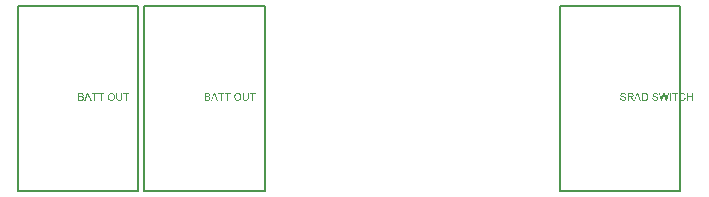
<source format=gbr>
%TF.GenerationSoftware,Altium Limited,Altium Designer,22.11.1 (43)*%
G04 Layer_Color=32896*
%FSLAX45Y45*%
%MOMM*%
%TF.SameCoordinates,CC3570FD-A2D7-4FBA-AFAC-830B96578B4B*%
%TF.FilePolarity,Positive*%
%TF.FileFunction,Other,Top_Assembly*%
%TF.Part,Single*%
G01*
G75*
%TA.AperFunction,NonConductor*%
%ADD25C,0.20000*%
G36*
X7388427Y1861531D02*
X7389074D01*
X7390831Y1861347D01*
X7392773Y1861069D01*
X7394807Y1860607D01*
X7397026Y1860052D01*
X7399060Y1859313D01*
X7399152D01*
X7399337Y1859220D01*
X7399614Y1859035D01*
X7399984Y1858850D01*
X7400909Y1858388D01*
X7402111Y1857556D01*
X7403498Y1856631D01*
X7404884Y1855429D01*
X7406179Y1854043D01*
X7407381Y1852471D01*
Y1852378D01*
X7407473Y1852286D01*
X7407658Y1852008D01*
X7407843Y1851731D01*
X7408305Y1850807D01*
X7408860Y1849605D01*
X7409507Y1848125D01*
X7409969Y1846369D01*
X7410432Y1844520D01*
X7410617Y1842486D01*
X7402480Y1841838D01*
Y1841931D01*
Y1842116D01*
X7402388Y1842393D01*
X7402296Y1842855D01*
X7402018Y1843872D01*
X7401648Y1845259D01*
X7401094Y1846738D01*
X7400262Y1848218D01*
X7399245Y1849605D01*
X7397950Y1850899D01*
X7397765Y1850991D01*
X7397303Y1851361D01*
X7396378Y1851916D01*
X7395176Y1852471D01*
X7393605Y1853026D01*
X7391756Y1853580D01*
X7389444Y1853950D01*
X7386855Y1854043D01*
X7385561D01*
X7385006Y1853950D01*
X7384267Y1853858D01*
X7382602Y1853673D01*
X7380753Y1853303D01*
X7378904Y1852841D01*
X7377148Y1852101D01*
X7376408Y1851639D01*
X7375668Y1851176D01*
X7375483Y1851084D01*
X7375114Y1850714D01*
X7374559Y1850067D01*
X7374004Y1849327D01*
X7373357Y1848310D01*
X7372802Y1847201D01*
X7372432Y1845906D01*
X7372247Y1844427D01*
Y1844242D01*
Y1843872D01*
X7372340Y1843225D01*
X7372525Y1842486D01*
X7372802Y1841561D01*
X7373264Y1840636D01*
X7373819Y1839712D01*
X7374651Y1838787D01*
X7374744Y1838695D01*
X7375206Y1838417D01*
X7375576Y1838140D01*
X7375946Y1837955D01*
X7376500Y1837678D01*
X7377148Y1837308D01*
X7377980Y1837031D01*
X7378904Y1836661D01*
X7379921Y1836291D01*
X7381123Y1835829D01*
X7382418Y1835459D01*
X7383897Y1834997D01*
X7385561Y1834627D01*
X7387410Y1834164D01*
X7387503D01*
X7387872Y1834072D01*
X7388427Y1833980D01*
X7389074Y1833795D01*
X7389906Y1833610D01*
X7390923Y1833332D01*
X7391941Y1833055D01*
X7393050Y1832778D01*
X7395454Y1832130D01*
X7397765Y1831483D01*
X7398875Y1831113D01*
X7399892Y1830744D01*
X7400816Y1830466D01*
X7401556Y1830096D01*
X7401648D01*
X7401833Y1830004D01*
X7402111Y1829819D01*
X7402480Y1829634D01*
X7403498Y1829079D01*
X7404699Y1828340D01*
X7406086Y1827323D01*
X7407473Y1826213D01*
X7408768Y1824919D01*
X7409877Y1823532D01*
X7409969Y1823347D01*
X7410339Y1822885D01*
X7410709Y1822053D01*
X7411264Y1820943D01*
X7411726Y1819649D01*
X7412188Y1818077D01*
X7412466Y1816320D01*
X7412558Y1814471D01*
Y1814379D01*
Y1814286D01*
Y1814009D01*
Y1813639D01*
X7412373Y1812622D01*
X7412188Y1811328D01*
X7411819Y1809849D01*
X7411356Y1808277D01*
X7410617Y1806613D01*
X7409600Y1804856D01*
Y1804763D01*
X7409507Y1804671D01*
X7409045Y1804116D01*
X7408398Y1803284D01*
X7407473Y1802360D01*
X7406271Y1801250D01*
X7404792Y1800048D01*
X7403128Y1798939D01*
X7401186Y1797922D01*
X7401094D01*
X7400909Y1797829D01*
X7400631Y1797737D01*
X7400262Y1797552D01*
X7399707Y1797367D01*
X7399060Y1797090D01*
X7397580Y1796720D01*
X7395824Y1796258D01*
X7393697Y1795795D01*
X7391386Y1795518D01*
X7388889Y1795425D01*
X7387410D01*
X7386671Y1795518D01*
X7385838D01*
X7384914Y1795610D01*
X7383804Y1795703D01*
X7381493Y1796073D01*
X7379089Y1796442D01*
X7376685Y1797090D01*
X7374374Y1797922D01*
X7374281D01*
X7374097Y1798014D01*
X7373819Y1798199D01*
X7373449Y1798384D01*
X7372340Y1798939D01*
X7371045Y1799771D01*
X7369566Y1800880D01*
X7367994Y1802175D01*
X7366515Y1803746D01*
X7365128Y1805503D01*
Y1805596D01*
X7364943Y1805780D01*
X7364851Y1806058D01*
X7364574Y1806428D01*
X7364389Y1806890D01*
X7364111Y1807445D01*
X7363464Y1808832D01*
X7362817Y1810588D01*
X7362262Y1812530D01*
X7361892Y1814749D01*
X7361707Y1817060D01*
X7369659Y1817800D01*
Y1817707D01*
Y1817615D01*
X7369751Y1817337D01*
Y1816968D01*
X7369936Y1816136D01*
X7370213Y1814934D01*
X7370583Y1813732D01*
X7370953Y1812345D01*
X7371600Y1811050D01*
X7372247Y1809849D01*
X7372340Y1809756D01*
X7372617Y1809386D01*
X7373079Y1808739D01*
X7373819Y1808092D01*
X7374744Y1807260D01*
X7375761Y1806428D01*
X7377148Y1805596D01*
X7378627Y1804856D01*
X7378719D01*
X7378812Y1804763D01*
X7379089Y1804671D01*
X7379366Y1804579D01*
X7380291Y1804301D01*
X7381493Y1803931D01*
X7382972Y1803562D01*
X7384636Y1803284D01*
X7386486Y1803099D01*
X7388520Y1803007D01*
X7389352D01*
X7390276Y1803099D01*
X7391386Y1803192D01*
X7392680Y1803377D01*
X7394159Y1803562D01*
X7395639Y1803931D01*
X7397026Y1804394D01*
X7397211Y1804486D01*
X7397673Y1804671D01*
X7398320Y1805041D01*
X7399152Y1805411D01*
X7399984Y1806058D01*
X7400909Y1806705D01*
X7401833Y1807445D01*
X7402573Y1808369D01*
X7402665Y1808462D01*
X7402850Y1808832D01*
X7403128Y1809294D01*
X7403498Y1810033D01*
X7403867Y1810773D01*
X7404145Y1811698D01*
X7404330Y1812715D01*
X7404422Y1813824D01*
Y1813917D01*
Y1814379D01*
X7404330Y1814934D01*
X7404237Y1815673D01*
X7403960Y1816413D01*
X7403682Y1817337D01*
X7403220Y1818262D01*
X7402573Y1819094D01*
X7402480Y1819187D01*
X7402203Y1819464D01*
X7401833Y1819834D01*
X7401186Y1820389D01*
X7400446Y1820943D01*
X7399429Y1821590D01*
X7398228Y1822238D01*
X7396841Y1822792D01*
X7396748Y1822885D01*
X7396286Y1822977D01*
X7395546Y1823255D01*
X7395084Y1823347D01*
X7394437Y1823532D01*
X7393790Y1823809D01*
X7392958Y1823994D01*
X7392033Y1824272D01*
X7390923Y1824549D01*
X7389814Y1824826D01*
X7388520Y1825196D01*
X7387040Y1825566D01*
X7385469Y1825936D01*
X7385376D01*
X7385099Y1826028D01*
X7384636Y1826121D01*
X7384082Y1826306D01*
X7383342Y1826491D01*
X7382510Y1826676D01*
X7380661Y1827230D01*
X7378627Y1827877D01*
X7376500Y1828525D01*
X7374651Y1829172D01*
X7373819Y1829542D01*
X7373079Y1829912D01*
X7372987D01*
X7372895Y1830004D01*
X7372340Y1830374D01*
X7371508Y1830836D01*
X7370583Y1831576D01*
X7369474Y1832408D01*
X7368364Y1833425D01*
X7367255Y1834627D01*
X7366330Y1835921D01*
X7366238Y1836106D01*
X7365960Y1836568D01*
X7365591Y1837308D01*
X7365221Y1838233D01*
X7364851Y1839434D01*
X7364481Y1840821D01*
X7364204Y1842301D01*
X7364111Y1843872D01*
Y1843965D01*
Y1844057D01*
Y1844335D01*
Y1844704D01*
X7364296Y1845629D01*
X7364481Y1846831D01*
X7364758Y1848218D01*
X7365221Y1849790D01*
X7365868Y1851361D01*
X7366792Y1852933D01*
Y1853026D01*
X7366885Y1853118D01*
X7367347Y1853673D01*
X7367994Y1854412D01*
X7368827Y1855337D01*
X7369936Y1856354D01*
X7371323Y1857463D01*
X7372987Y1858480D01*
X7374836Y1859405D01*
X7374929D01*
X7375114Y1859497D01*
X7375391Y1859590D01*
X7375761Y1859775D01*
X7376223Y1859960D01*
X7376870Y1860145D01*
X7378257Y1860514D01*
X7380014Y1860884D01*
X7382048Y1861254D01*
X7384174Y1861531D01*
X7386578Y1861624D01*
X7387780D01*
X7388427Y1861531D01*
D02*
G37*
G36*
X7115220D02*
X7115867D01*
X7117624Y1861347D01*
X7119565Y1861069D01*
X7121599Y1860607D01*
X7123818Y1860052D01*
X7125852Y1859313D01*
X7125945D01*
X7126130Y1859220D01*
X7126407Y1859035D01*
X7126777Y1858850D01*
X7127701Y1858388D01*
X7128903Y1857556D01*
X7130290Y1856631D01*
X7131677Y1855429D01*
X7132971Y1854043D01*
X7134173Y1852471D01*
Y1852378D01*
X7134266Y1852286D01*
X7134451Y1852008D01*
X7134635Y1851731D01*
X7135098Y1850807D01*
X7135652Y1849605D01*
X7136300Y1848125D01*
X7136762Y1846369D01*
X7137224Y1844520D01*
X7137409Y1842486D01*
X7129273Y1841838D01*
Y1841931D01*
Y1842116D01*
X7129181Y1842393D01*
X7129088Y1842855D01*
X7128811Y1843872D01*
X7128441Y1845259D01*
X7127886Y1846738D01*
X7127054Y1848218D01*
X7126037Y1849605D01*
X7124743Y1850899D01*
X7124558Y1850991D01*
X7124095Y1851361D01*
X7123171Y1851916D01*
X7121969Y1852471D01*
X7120397Y1853026D01*
X7118548Y1853580D01*
X7116237Y1853950D01*
X7113648Y1854043D01*
X7112354D01*
X7111799Y1853950D01*
X7111059Y1853858D01*
X7109395Y1853673D01*
X7107546Y1853303D01*
X7105697Y1852841D01*
X7103940Y1852101D01*
X7103200Y1851639D01*
X7102461Y1851176D01*
X7102276Y1851084D01*
X7101906Y1850714D01*
X7101351Y1850067D01*
X7100797Y1849327D01*
X7100149Y1848310D01*
X7099595Y1847201D01*
X7099225Y1845906D01*
X7099040Y1844427D01*
Y1844242D01*
Y1843872D01*
X7099132Y1843225D01*
X7099317Y1842486D01*
X7099595Y1841561D01*
X7100057Y1840636D01*
X7100612Y1839712D01*
X7101444Y1838787D01*
X7101536Y1838695D01*
X7101998Y1838417D01*
X7102368Y1838140D01*
X7102738Y1837955D01*
X7103293Y1837678D01*
X7103940Y1837308D01*
X7104772Y1837031D01*
X7105697Y1836661D01*
X7106714Y1836291D01*
X7107916Y1835829D01*
X7109210Y1835459D01*
X7110689Y1834997D01*
X7112354Y1834627D01*
X7114203Y1834164D01*
X7114295D01*
X7114665Y1834072D01*
X7115220Y1833980D01*
X7115867Y1833795D01*
X7116699Y1833610D01*
X7117716Y1833332D01*
X7118733Y1833055D01*
X7119843Y1832778D01*
X7122246Y1832130D01*
X7124558Y1831483D01*
X7125667Y1831113D01*
X7126684Y1830744D01*
X7127609Y1830466D01*
X7128348Y1830096D01*
X7128441D01*
X7128626Y1830004D01*
X7128903Y1829819D01*
X7129273Y1829634D01*
X7130290Y1829079D01*
X7131492Y1828340D01*
X7132879Y1827323D01*
X7134266Y1826213D01*
X7135560Y1824919D01*
X7136669Y1823532D01*
X7136762Y1823347D01*
X7137132Y1822885D01*
X7137502Y1822053D01*
X7138056Y1820943D01*
X7138519Y1819649D01*
X7138981Y1818077D01*
X7139258Y1816320D01*
X7139351Y1814471D01*
Y1814379D01*
Y1814286D01*
Y1814009D01*
Y1813639D01*
X7139166Y1812622D01*
X7138981Y1811328D01*
X7138611Y1809849D01*
X7138149Y1808277D01*
X7137409Y1806613D01*
X7136392Y1804856D01*
Y1804763D01*
X7136300Y1804671D01*
X7135837Y1804116D01*
X7135190Y1803284D01*
X7134266Y1802360D01*
X7133064Y1801250D01*
X7131584Y1800048D01*
X7129920Y1798939D01*
X7127979Y1797922D01*
X7127886D01*
X7127701Y1797829D01*
X7127424Y1797737D01*
X7127054Y1797552D01*
X7126499Y1797367D01*
X7125852Y1797090D01*
X7124373Y1796720D01*
X7122616Y1796258D01*
X7120490Y1795795D01*
X7118178Y1795518D01*
X7115682Y1795425D01*
X7114203D01*
X7113463Y1795518D01*
X7112631D01*
X7111706Y1795610D01*
X7110597Y1795703D01*
X7108286Y1796073D01*
X7105882Y1796442D01*
X7103478Y1797090D01*
X7101166Y1797922D01*
X7101074D01*
X7100889Y1798014D01*
X7100612Y1798199D01*
X7100242Y1798384D01*
X7099132Y1798939D01*
X7097838Y1799771D01*
X7096359Y1800880D01*
X7094787Y1802175D01*
X7093308Y1803746D01*
X7091921Y1805503D01*
Y1805596D01*
X7091736Y1805780D01*
X7091643Y1806058D01*
X7091366Y1806428D01*
X7091181Y1806890D01*
X7090904Y1807445D01*
X7090257Y1808832D01*
X7089609Y1810588D01*
X7089055Y1812530D01*
X7088685Y1814749D01*
X7088500Y1817060D01*
X7096451Y1817800D01*
Y1817707D01*
Y1817615D01*
X7096544Y1817337D01*
Y1816968D01*
X7096729Y1816136D01*
X7097006Y1814934D01*
X7097376Y1813732D01*
X7097746Y1812345D01*
X7098393Y1811050D01*
X7099040Y1809849D01*
X7099132Y1809756D01*
X7099410Y1809386D01*
X7099872Y1808739D01*
X7100612Y1808092D01*
X7101536Y1807260D01*
X7102553Y1806428D01*
X7103940Y1805596D01*
X7105419Y1804856D01*
X7105512D01*
X7105604Y1804763D01*
X7105882Y1804671D01*
X7106159Y1804579D01*
X7107084Y1804301D01*
X7108286Y1803931D01*
X7109765Y1803562D01*
X7111429Y1803284D01*
X7113278Y1803099D01*
X7115312Y1803007D01*
X7116144D01*
X7117069Y1803099D01*
X7118178Y1803192D01*
X7119473Y1803377D01*
X7120952Y1803562D01*
X7122431Y1803931D01*
X7123818Y1804394D01*
X7124003Y1804486D01*
X7124465Y1804671D01*
X7125112Y1805041D01*
X7125945Y1805411D01*
X7126777Y1806058D01*
X7127701Y1806705D01*
X7128626Y1807445D01*
X7129365Y1808369D01*
X7129458Y1808462D01*
X7129643Y1808832D01*
X7129920Y1809294D01*
X7130290Y1810033D01*
X7130660Y1810773D01*
X7130937Y1811698D01*
X7131122Y1812715D01*
X7131215Y1813824D01*
Y1813917D01*
Y1814379D01*
X7131122Y1814934D01*
X7131030Y1815673D01*
X7130752Y1816413D01*
X7130475Y1817337D01*
X7130013Y1818262D01*
X7129365Y1819094D01*
X7129273Y1819187D01*
X7128996Y1819464D01*
X7128626Y1819834D01*
X7127979Y1820389D01*
X7127239Y1820943D01*
X7126222Y1821590D01*
X7125020Y1822238D01*
X7123633Y1822792D01*
X7123541Y1822885D01*
X7123078Y1822977D01*
X7122339Y1823255D01*
X7121877Y1823347D01*
X7121229Y1823532D01*
X7120582Y1823809D01*
X7119750Y1823994D01*
X7118825Y1824272D01*
X7117716Y1824549D01*
X7116607Y1824826D01*
X7115312Y1825196D01*
X7113833Y1825566D01*
X7112261Y1825936D01*
X7112169D01*
X7111891Y1826028D01*
X7111429Y1826121D01*
X7110874Y1826306D01*
X7110135Y1826491D01*
X7109303Y1826676D01*
X7107453Y1827230D01*
X7105419Y1827877D01*
X7103293Y1828525D01*
X7101444Y1829172D01*
X7100612Y1829542D01*
X7099872Y1829912D01*
X7099780D01*
X7099687Y1830004D01*
X7099132Y1830374D01*
X7098300Y1830836D01*
X7097376Y1831576D01*
X7096266Y1832408D01*
X7095157Y1833425D01*
X7094047Y1834627D01*
X7093123Y1835921D01*
X7093030Y1836106D01*
X7092753Y1836568D01*
X7092383Y1837308D01*
X7092013Y1838233D01*
X7091643Y1839434D01*
X7091274Y1840821D01*
X7090996Y1842301D01*
X7090904Y1843872D01*
Y1843965D01*
Y1844057D01*
Y1844335D01*
Y1844704D01*
X7091089Y1845629D01*
X7091274Y1846831D01*
X7091551Y1848218D01*
X7092013Y1849790D01*
X7092660Y1851361D01*
X7093585Y1852933D01*
Y1853026D01*
X7093677Y1853118D01*
X7094140Y1853673D01*
X7094787Y1854412D01*
X7095619Y1855337D01*
X7096729Y1856354D01*
X7098115Y1857463D01*
X7099780Y1858480D01*
X7101629Y1859405D01*
X7101721D01*
X7101906Y1859497D01*
X7102183Y1859590D01*
X7102553Y1859775D01*
X7103016Y1859960D01*
X7103663Y1860145D01*
X7105050Y1860514D01*
X7106806Y1860884D01*
X7108840Y1861254D01*
X7110967Y1861531D01*
X7113371Y1861624D01*
X7114573D01*
X7115220Y1861531D01*
D02*
G37*
G36*
X7617348D02*
X7618180Y1861439D01*
X7619197Y1861347D01*
X7620214Y1861254D01*
X7621416Y1860977D01*
X7623913Y1860422D01*
X7626686Y1859590D01*
X7628073Y1859035D01*
X7629368Y1858388D01*
X7630662Y1857556D01*
X7631956Y1856724D01*
X7632049Y1856631D01*
X7632234Y1856539D01*
X7632603Y1856261D01*
X7633066Y1855799D01*
X7633528Y1855337D01*
X7634175Y1854690D01*
X7634822Y1853950D01*
X7635562Y1853210D01*
X7636302Y1852286D01*
X7637041Y1851176D01*
X7637873Y1850067D01*
X7638613Y1848865D01*
X7639260Y1847478D01*
X7640000Y1846091D01*
X7640555Y1844612D01*
X7641109Y1842948D01*
X7632788Y1841006D01*
Y1841099D01*
X7632696Y1841284D01*
X7632511Y1841653D01*
X7632326Y1842116D01*
X7632141Y1842670D01*
X7631864Y1843410D01*
X7631124Y1844889D01*
X7630200Y1846554D01*
X7629090Y1848218D01*
X7627703Y1849790D01*
X7626224Y1851176D01*
X7626039Y1851361D01*
X7625484Y1851731D01*
X7624560Y1852193D01*
X7623358Y1852841D01*
X7621786Y1853395D01*
X7620029Y1853950D01*
X7617903Y1854320D01*
X7615592Y1854412D01*
X7614852D01*
X7614390Y1854320D01*
X7613742D01*
X7613003Y1854227D01*
X7611246Y1853950D01*
X7609305Y1853580D01*
X7607271Y1852933D01*
X7605144Y1852008D01*
X7603202Y1850807D01*
X7603110D01*
X7603018Y1850622D01*
X7602370Y1850159D01*
X7601538Y1849420D01*
X7600521Y1848310D01*
X7599319Y1846923D01*
X7598210Y1845352D01*
X7597193Y1843410D01*
X7596268Y1841284D01*
Y1841191D01*
X7596176Y1841006D01*
X7596083Y1840729D01*
X7595991Y1840267D01*
X7595806Y1839712D01*
X7595621Y1839065D01*
X7595344Y1837493D01*
X7594974Y1835644D01*
X7594604Y1833610D01*
X7594419Y1831391D01*
X7594327Y1828987D01*
Y1828894D01*
Y1828617D01*
Y1828155D01*
Y1827600D01*
X7594419Y1826953D01*
Y1826121D01*
X7594512Y1825196D01*
X7594604Y1824179D01*
X7594881Y1821960D01*
X7595344Y1819556D01*
X7595898Y1817153D01*
X7596638Y1814749D01*
Y1814656D01*
X7596731Y1814471D01*
X7596915Y1814194D01*
X7597100Y1813732D01*
X7597655Y1812622D01*
X7598487Y1811328D01*
X7599504Y1809849D01*
X7600799Y1808277D01*
X7602278Y1806890D01*
X7604035Y1805596D01*
X7604127D01*
X7604312Y1805503D01*
X7604589Y1805318D01*
X7604959Y1805133D01*
X7605421Y1804948D01*
X7605976Y1804671D01*
X7607271Y1804116D01*
X7608935Y1803562D01*
X7610784Y1803099D01*
X7612818Y1802729D01*
X7614944Y1802637D01*
X7615592D01*
X7616146Y1802729D01*
X7616794D01*
X7617441Y1802822D01*
X7619105Y1803192D01*
X7621046Y1803654D01*
X7622988Y1804394D01*
X7625022Y1805411D01*
X7626039Y1805965D01*
X7626964Y1806705D01*
X7627056Y1806798D01*
X7627149Y1806890D01*
X7627426Y1807167D01*
X7627796Y1807445D01*
X7628166Y1807907D01*
X7628628Y1808462D01*
X7629183Y1809016D01*
X7629645Y1809756D01*
X7630200Y1810588D01*
X7630847Y1811513D01*
X7631402Y1812437D01*
X7631956Y1813547D01*
X7632419Y1814749D01*
X7632881Y1816043D01*
X7633343Y1817430D01*
X7633713Y1818909D01*
X7642219Y1816783D01*
Y1816690D01*
X7642126Y1816320D01*
X7641942Y1815766D01*
X7641664Y1815026D01*
X7641387Y1814194D01*
X7641017Y1813177D01*
X7640555Y1812067D01*
X7640000Y1810866D01*
X7638706Y1808277D01*
X7637041Y1805688D01*
X7636024Y1804394D01*
X7635007Y1803099D01*
X7633898Y1801990D01*
X7632603Y1800880D01*
X7632511Y1800788D01*
X7632326Y1800603D01*
X7631864Y1800418D01*
X7631402Y1800048D01*
X7630662Y1799586D01*
X7629922Y1799124D01*
X7628905Y1798661D01*
X7627888Y1798199D01*
X7626686Y1797644D01*
X7625392Y1797182D01*
X7624005Y1796720D01*
X7622526Y1796258D01*
X7620954Y1795888D01*
X7619290Y1795703D01*
X7617533Y1795518D01*
X7615684Y1795425D01*
X7614667D01*
X7613927Y1795518D01*
X7613095D01*
X7612078Y1795610D01*
X7610969Y1795795D01*
X7609674Y1795980D01*
X7606993Y1796442D01*
X7604219Y1797182D01*
X7601446Y1798199D01*
X7600151Y1798846D01*
X7598857Y1799586D01*
X7598765Y1799678D01*
X7598580Y1799771D01*
X7598210Y1800048D01*
X7597840Y1800418D01*
X7597285Y1800788D01*
X7596638Y1801343D01*
X7595898Y1801990D01*
X7595159Y1802729D01*
X7594419Y1803562D01*
X7593587Y1804394D01*
X7591923Y1806520D01*
X7590351Y1809016D01*
X7588964Y1811790D01*
Y1811883D01*
X7588779Y1812160D01*
X7588687Y1812622D01*
X7588410Y1813177D01*
X7588225Y1813917D01*
X7587947Y1814841D01*
X7587577Y1815858D01*
X7587300Y1816968D01*
X7587023Y1818170D01*
X7586653Y1819556D01*
X7586191Y1822423D01*
X7585821Y1825659D01*
X7585636Y1828987D01*
Y1829079D01*
Y1829449D01*
Y1830004D01*
X7585728Y1830651D01*
Y1831576D01*
X7585821Y1832500D01*
X7585913Y1833702D01*
X7586098Y1834904D01*
X7586560Y1837585D01*
X7587208Y1840544D01*
X7588132Y1843503D01*
X7589427Y1846369D01*
X7589519Y1846461D01*
X7589611Y1846738D01*
X7589796Y1847108D01*
X7590166Y1847571D01*
X7590536Y1848218D01*
X7590998Y1848957D01*
X7592200Y1850622D01*
X7593772Y1852471D01*
X7595621Y1854320D01*
X7597748Y1856169D01*
X7600244Y1857741D01*
X7600336Y1857833D01*
X7600614Y1857926D01*
X7600984Y1858111D01*
X7601446Y1858388D01*
X7602185Y1858665D01*
X7602925Y1858943D01*
X7603850Y1859313D01*
X7604867Y1859682D01*
X7605976Y1860052D01*
X7607178Y1860422D01*
X7609767Y1860977D01*
X7612725Y1861439D01*
X7615776Y1861624D01*
X7616701D01*
X7617348Y1861531D01*
D02*
G37*
G36*
X7703055Y1796535D02*
X7694549D01*
Y1826676D01*
X7661450D01*
Y1796535D01*
X7652944D01*
Y1860514D01*
X7661450D01*
Y1834257D01*
X7694549D01*
Y1860514D01*
X7703055D01*
Y1796535D01*
D02*
G37*
G36*
X7483102D02*
X7474781D01*
X7461375Y1845259D01*
Y1845352D01*
X7461283Y1845537D01*
X7461190Y1845814D01*
X7461098Y1846276D01*
X7460820Y1847293D01*
X7460543Y1848495D01*
X7460173Y1849790D01*
X7459803Y1850991D01*
X7459526Y1852008D01*
X7459433Y1852471D01*
X7459341Y1852748D01*
Y1852656D01*
X7459248Y1852563D01*
X7459156Y1852008D01*
X7458971Y1851176D01*
X7458694Y1850159D01*
X7458416Y1849050D01*
X7458047Y1847756D01*
X7457769Y1846461D01*
X7457399Y1845259D01*
X7443901Y1796535D01*
X7435025D01*
X7418290Y1860514D01*
X7427074D01*
X7436597Y1818539D01*
Y1818447D01*
X7436689Y1818262D01*
X7436782Y1817892D01*
X7436874Y1817430D01*
X7436967Y1816783D01*
X7437151Y1816136D01*
X7437336Y1815303D01*
X7437521Y1814379D01*
X7437984Y1812437D01*
X7438446Y1810218D01*
X7438908Y1807815D01*
X7439370Y1805411D01*
Y1805503D01*
X7439463Y1805873D01*
X7439648Y1806335D01*
X7439740Y1807075D01*
X7439925Y1807815D01*
X7440203Y1808739D01*
X7440665Y1810773D01*
X7441220Y1812807D01*
X7441404Y1813824D01*
X7441682Y1814749D01*
X7441867Y1815581D01*
X7442052Y1816320D01*
X7442237Y1816875D01*
X7442329Y1817245D01*
X7454441Y1860514D01*
X7464703D01*
X7473764Y1828062D01*
Y1827970D01*
X7473949Y1827508D01*
X7474134Y1826860D01*
X7474319Y1826028D01*
X7474596Y1824919D01*
X7474966Y1823717D01*
X7475336Y1822330D01*
X7475706Y1820758D01*
X7476168Y1819002D01*
X7476538Y1817245D01*
X7477370Y1813454D01*
X7478202Y1809479D01*
X7478849Y1805411D01*
Y1805503D01*
X7478942Y1805688D01*
Y1806058D01*
X7479127Y1806520D01*
X7479219Y1807075D01*
X7479404Y1807722D01*
X7479496Y1808554D01*
X7479774Y1809479D01*
X7480236Y1811513D01*
X7480791Y1813917D01*
X7481345Y1816505D01*
X7482085Y1819372D01*
X7492070Y1860514D01*
X7500669D01*
X7483102Y1796535D01*
D02*
G37*
G36*
X7579349Y1852933D02*
X7558269D01*
Y1796535D01*
X7549763D01*
Y1852933D01*
X7528683D01*
Y1860514D01*
X7579349D01*
Y1852933D01*
D02*
G37*
G36*
X7518513Y1796535D02*
X7510007D01*
Y1860514D01*
X7518513D01*
Y1796535D01*
D02*
G37*
G36*
X7301426Y1860422D02*
X7303275Y1860330D01*
X7305124Y1860145D01*
X7306973Y1859867D01*
X7308545Y1859590D01*
X7308638D01*
X7308823Y1859497D01*
X7309100D01*
X7309470Y1859313D01*
X7310487Y1859035D01*
X7311781Y1858573D01*
X7313260Y1857926D01*
X7314832Y1857094D01*
X7316404Y1856169D01*
X7317883Y1854967D01*
X7317976Y1854875D01*
X7318068Y1854782D01*
X7318346Y1854505D01*
X7318715Y1854227D01*
X7319640Y1853303D01*
X7320749Y1852008D01*
X7321951Y1850437D01*
X7323246Y1848588D01*
X7324448Y1846461D01*
X7325465Y1844057D01*
Y1843965D01*
X7325557Y1843780D01*
X7325742Y1843410D01*
X7325834Y1842855D01*
X7326112Y1842208D01*
X7326297Y1841469D01*
X7326482Y1840636D01*
X7326759Y1839619D01*
X7327036Y1838602D01*
X7327221Y1837400D01*
X7327684Y1834812D01*
X7327961Y1831946D01*
X7328053Y1828802D01*
Y1828710D01*
Y1828525D01*
Y1828062D01*
Y1827600D01*
X7327961Y1826953D01*
Y1826213D01*
X7327869Y1824457D01*
X7327591Y1822423D01*
X7327314Y1820296D01*
X7326851Y1818077D01*
X7326297Y1815858D01*
Y1815766D01*
X7326204Y1815581D01*
X7326112Y1815303D01*
X7326019Y1814934D01*
X7325650Y1813917D01*
X7325095Y1812622D01*
X7324540Y1811143D01*
X7323800Y1809664D01*
X7322876Y1808092D01*
X7321951Y1806613D01*
X7321859Y1806428D01*
X7321489Y1805965D01*
X7320934Y1805318D01*
X7320195Y1804486D01*
X7319363Y1803562D01*
X7318346Y1802637D01*
X7317329Y1801620D01*
X7316127Y1800788D01*
X7315942Y1800695D01*
X7315572Y1800418D01*
X7314925Y1800048D01*
X7314000Y1799586D01*
X7312891Y1799031D01*
X7311596Y1798569D01*
X7310117Y1798014D01*
X7308453Y1797552D01*
X7308268D01*
X7307990Y1797459D01*
X7307713Y1797367D01*
X7306789Y1797275D01*
X7305494Y1797090D01*
X7304015Y1796905D01*
X7302258Y1796720D01*
X7300317Y1796627D01*
X7298190Y1796535D01*
X7275169D01*
Y1860514D01*
X7299762D01*
X7301426Y1860422D01*
D02*
G37*
G36*
X7268327Y1796535D02*
X7258711D01*
X7251222Y1815951D01*
X7224410D01*
X7217476Y1796535D01*
X7208508D01*
X7232916Y1860514D01*
X7242162D01*
X7268327Y1796535D01*
D02*
G37*
G36*
X7181511Y1860422D02*
X7182343D01*
X7184284Y1860330D01*
X7186318Y1860052D01*
X7188537Y1859775D01*
X7190571Y1859313D01*
X7191588Y1859035D01*
X7192420Y1858758D01*
X7192513D01*
X7192605Y1858665D01*
X7193160Y1858388D01*
X7193992Y1858018D01*
X7195009Y1857371D01*
X7196119Y1856539D01*
X7197321Y1855429D01*
X7198430Y1854135D01*
X7199540Y1852656D01*
Y1852563D01*
X7199632Y1852471D01*
X7200002Y1851916D01*
X7200372Y1850991D01*
X7200926Y1849790D01*
X7201389Y1848403D01*
X7201851Y1846738D01*
X7202128Y1844982D01*
X7202221Y1843040D01*
Y1842948D01*
Y1842763D01*
Y1842393D01*
X7202128Y1841931D01*
Y1841284D01*
X7202036Y1840636D01*
X7201666Y1839065D01*
X7201111Y1837216D01*
X7200372Y1835274D01*
X7199262Y1833332D01*
X7198523Y1832408D01*
X7197783Y1831483D01*
X7197690Y1831391D01*
X7197598Y1831298D01*
X7197321Y1831021D01*
X7196951Y1830744D01*
X7196489Y1830374D01*
X7195934Y1830004D01*
X7195194Y1829542D01*
X7194454Y1828987D01*
X7193530Y1828525D01*
X7192513Y1828062D01*
X7191403Y1827508D01*
X7190202Y1827045D01*
X7188815Y1826676D01*
X7187428Y1826213D01*
X7185856Y1825936D01*
X7184192Y1825659D01*
X7184377Y1825566D01*
X7184747Y1825381D01*
X7185301Y1825011D01*
X7186041Y1824642D01*
X7187705Y1823624D01*
X7188537Y1822977D01*
X7189277Y1822423D01*
X7189462Y1822238D01*
X7189924Y1821775D01*
X7190664Y1821036D01*
X7191588Y1820111D01*
X7192605Y1818817D01*
X7193807Y1817430D01*
X7195009Y1815766D01*
X7196304Y1813917D01*
X7207306Y1796535D01*
X7196766D01*
X7188352Y1809849D01*
Y1809941D01*
X7188167Y1810126D01*
X7187983Y1810403D01*
X7187705Y1810773D01*
X7187058Y1811790D01*
X7186226Y1813085D01*
X7185209Y1814471D01*
X7184192Y1815951D01*
X7183175Y1817337D01*
X7182250Y1818632D01*
X7182158Y1818724D01*
X7181880Y1819094D01*
X7181418Y1819649D01*
X7180771Y1820296D01*
X7179384Y1821683D01*
X7178645Y1822330D01*
X7177905Y1822885D01*
X7177812Y1822977D01*
X7177628Y1823070D01*
X7177258Y1823255D01*
X7176703Y1823532D01*
X7176148Y1823809D01*
X7175501Y1824087D01*
X7174022Y1824549D01*
X7173929D01*
X7173744Y1824642D01*
X7173375D01*
X7172912Y1824734D01*
X7172265Y1824826D01*
X7171525D01*
X7170508Y1824919D01*
X7159599D01*
Y1796535D01*
X7151093D01*
Y1860514D01*
X7180771D01*
X7181511Y1860422D01*
D02*
G37*
G36*
X3943707Y1823532D02*
Y1823440D01*
Y1823070D01*
Y1822607D01*
Y1821960D01*
X3943615Y1821128D01*
Y1820204D01*
X3943522Y1819094D01*
X3943430Y1817985D01*
X3943152Y1815488D01*
X3942783Y1812900D01*
X3942228Y1810403D01*
X3941858Y1809201D01*
X3941488Y1808092D01*
Y1807999D01*
X3941396Y1807815D01*
X3941211Y1807537D01*
X3941026Y1807167D01*
X3940471Y1806150D01*
X3939639Y1804856D01*
X3938530Y1803377D01*
X3937235Y1801897D01*
X3935571Y1800326D01*
X3933537Y1798939D01*
X3933445D01*
X3933260Y1798754D01*
X3932982Y1798661D01*
X3932520Y1798384D01*
X3931965Y1798107D01*
X3931226Y1797829D01*
X3930486Y1797552D01*
X3929561Y1797182D01*
X3928544Y1796812D01*
X3927435Y1796535D01*
X3926233Y1796258D01*
X3924846Y1795980D01*
X3923459Y1795795D01*
X3921980Y1795610D01*
X3918652Y1795425D01*
X3917819D01*
X3917172Y1795518D01*
X3916433D01*
X3915508Y1795610D01*
X3914491Y1795703D01*
X3913474Y1795795D01*
X3911163Y1796165D01*
X3908666Y1796720D01*
X3906262Y1797459D01*
X3903951Y1798476D01*
X3903859D01*
X3903674Y1798661D01*
X3903396Y1798846D01*
X3903026Y1799031D01*
X3902009Y1799771D01*
X3900808Y1800788D01*
X3899421Y1802082D01*
X3898126Y1803562D01*
X3896832Y1805411D01*
X3895815Y1807445D01*
Y1807537D01*
X3895722Y1807722D01*
X3895630Y1808092D01*
X3895445Y1808554D01*
X3895260Y1809109D01*
X3895075Y1809849D01*
X3894798Y1810681D01*
X3894613Y1811698D01*
X3894428Y1812807D01*
X3894151Y1814009D01*
X3893966Y1815303D01*
X3893781Y1816690D01*
X3893596Y1818262D01*
X3893504Y1819926D01*
X3893411Y1821683D01*
Y1823532D01*
Y1860514D01*
X3901917D01*
Y1823532D01*
Y1823440D01*
Y1823162D01*
Y1822700D01*
Y1822145D01*
X3902009Y1821498D01*
Y1820666D01*
X3902102Y1818909D01*
X3902287Y1816875D01*
X3902564Y1814841D01*
X3902934Y1812900D01*
X3903119Y1812067D01*
X3903396Y1811235D01*
X3903489Y1811050D01*
X3903674Y1810588D01*
X3904136Y1809941D01*
X3904691Y1809016D01*
X3905338Y1808092D01*
X3906262Y1807075D01*
X3907372Y1806058D01*
X3908666Y1805226D01*
X3908851Y1805133D01*
X3909313Y1804856D01*
X3910146Y1804579D01*
X3911255Y1804209D01*
X3912549Y1803746D01*
X3914214Y1803469D01*
X3915970Y1803192D01*
X3917912Y1803099D01*
X3918836D01*
X3919391Y1803192D01*
X3920223D01*
X3921055Y1803284D01*
X3923089Y1803654D01*
X3925308Y1804116D01*
X3927435Y1804856D01*
X3929469Y1805873D01*
X3930393Y1806520D01*
X3931226Y1807260D01*
X3931318Y1807352D01*
X3931410Y1807445D01*
X3931595Y1807722D01*
X3931873Y1808092D01*
X3932150Y1808647D01*
X3932520Y1809201D01*
X3932890Y1810033D01*
X3933260Y1810866D01*
X3933629Y1811883D01*
X3933907Y1813085D01*
X3934277Y1814471D01*
X3934554Y1815951D01*
X3934831Y1817615D01*
X3935016Y1819372D01*
X3935201Y1821406D01*
Y1823532D01*
Y1860514D01*
X3943707D01*
Y1823532D01*
D02*
G37*
G36*
X4003711Y1852933D02*
X3982631D01*
Y1796535D01*
X3974125D01*
Y1852933D01*
X3953045D01*
Y1860514D01*
X4003711D01*
Y1852933D01*
D02*
G37*
G36*
X3790138D02*
X3769058D01*
Y1796535D01*
X3760552D01*
Y1852933D01*
X3739472D01*
Y1860514D01*
X3790138D01*
Y1852933D01*
D02*
G37*
G36*
X3735496D02*
X3714416D01*
Y1796535D01*
X3705910D01*
Y1852933D01*
X3684830D01*
Y1860514D01*
X3735496D01*
Y1852933D01*
D02*
G37*
G36*
X3682796Y1796535D02*
X3673181D01*
X3665692Y1815951D01*
X3638880D01*
X3631945Y1796535D01*
X3622977D01*
X3647386Y1860514D01*
X3656631D01*
X3682796Y1796535D01*
D02*
G37*
G36*
X3595795Y1860422D02*
X3596535D01*
X3598199Y1860237D01*
X3600048Y1860052D01*
X3601990Y1859682D01*
X3603931Y1859220D01*
X3605688Y1858573D01*
X3605780D01*
X3605873Y1858480D01*
X3606428Y1858203D01*
X3607260Y1857741D01*
X3608184Y1857094D01*
X3609294Y1856261D01*
X3610496Y1855244D01*
X3611605Y1853950D01*
X3612622Y1852563D01*
X3612715Y1852378D01*
X3612992Y1851824D01*
X3613454Y1851084D01*
X3613917Y1849974D01*
X3614379Y1848680D01*
X3614841Y1847293D01*
X3615118Y1845721D01*
X3615211Y1844150D01*
Y1843965D01*
Y1843503D01*
X3615118Y1842670D01*
X3614934Y1841653D01*
X3614656Y1840451D01*
X3614194Y1839157D01*
X3613639Y1837863D01*
X3612900Y1836476D01*
X3612807Y1836291D01*
X3612530Y1835921D01*
X3611975Y1835181D01*
X3611235Y1834442D01*
X3610311Y1833517D01*
X3609201Y1832500D01*
X3607814Y1831576D01*
X3606243Y1830651D01*
X3606335D01*
X3606520Y1830559D01*
X3606797Y1830466D01*
X3607167Y1830281D01*
X3608277Y1829912D01*
X3609571Y1829264D01*
X3610958Y1828432D01*
X3612530Y1827415D01*
X3613917Y1826213D01*
X3615211Y1824734D01*
X3615303Y1824549D01*
X3615673Y1823994D01*
X3616228Y1823162D01*
X3616783Y1822053D01*
X3617337Y1820573D01*
X3617892Y1819002D01*
X3618262Y1817153D01*
X3618354Y1815119D01*
Y1815026D01*
Y1814934D01*
Y1814379D01*
X3618262Y1813454D01*
X3618077Y1812345D01*
X3617892Y1811050D01*
X3617522Y1809664D01*
X3617060Y1808184D01*
X3616413Y1806705D01*
X3616320Y1806520D01*
X3616043Y1806058D01*
X3615673Y1805411D01*
X3615118Y1804486D01*
X3614379Y1803562D01*
X3613639Y1802545D01*
X3612715Y1801528D01*
X3611698Y1800695D01*
X3611605Y1800603D01*
X3611235Y1800326D01*
X3610588Y1799956D01*
X3609756Y1799586D01*
X3608739Y1799031D01*
X3607537Y1798476D01*
X3606243Y1798014D01*
X3604671Y1797552D01*
X3604486D01*
X3603931Y1797367D01*
X3603007Y1797275D01*
X3601805Y1797090D01*
X3600326Y1796905D01*
X3598569Y1796720D01*
X3596627Y1796627D01*
X3594408Y1796535D01*
X3570000D01*
Y1860514D01*
X3595148D01*
X3595795Y1860422D01*
D02*
G37*
G36*
X3853285Y1861531D02*
X3854117D01*
X3854949Y1861439D01*
X3856059Y1861254D01*
X3857168Y1861069D01*
X3859572Y1860607D01*
X3862346Y1859867D01*
X3865027Y1858758D01*
X3866414Y1858111D01*
X3867801Y1857371D01*
X3867893Y1857278D01*
X3868078Y1857186D01*
X3868448Y1856909D01*
X3869003Y1856631D01*
X3869557Y1856169D01*
X3870297Y1855614D01*
X3871869Y1854320D01*
X3873533Y1852656D01*
X3875382Y1850622D01*
X3877139Y1848218D01*
X3878618Y1845537D01*
Y1845444D01*
X3878803Y1845167D01*
X3878988Y1844797D01*
X3879173Y1844242D01*
X3879543Y1843503D01*
X3879820Y1842670D01*
X3880190Y1841653D01*
X3880560Y1840544D01*
X3880837Y1839342D01*
X3881207Y1838048D01*
X3881577Y1836568D01*
X3881854Y1835089D01*
X3882224Y1831853D01*
X3882409Y1828340D01*
Y1828247D01*
Y1827877D01*
Y1827415D01*
X3882316Y1826676D01*
Y1825843D01*
X3882224Y1824826D01*
X3882039Y1823717D01*
X3881947Y1822515D01*
X3881484Y1819834D01*
X3880745Y1816875D01*
X3879728Y1813917D01*
X3879173Y1812437D01*
X3878433Y1810958D01*
Y1810866D01*
X3878248Y1810588D01*
X3878063Y1810218D01*
X3877694Y1809664D01*
X3877324Y1809016D01*
X3876861Y1808369D01*
X3875567Y1806613D01*
X3873995Y1804763D01*
X3872146Y1802822D01*
X3869927Y1800973D01*
X3867338Y1799309D01*
X3867246D01*
X3867061Y1799124D01*
X3866599Y1798939D01*
X3866044Y1798661D01*
X3865397Y1798384D01*
X3864657Y1798107D01*
X3863733Y1797737D01*
X3862716Y1797367D01*
X3861606Y1796997D01*
X3860404Y1796627D01*
X3857723Y1796073D01*
X3854857Y1795610D01*
X3851806Y1795425D01*
X3850881D01*
X3850327Y1795518D01*
X3849494D01*
X3848570Y1795703D01*
X3847553Y1795795D01*
X3846351Y1795980D01*
X3843855Y1796535D01*
X3841173Y1797275D01*
X3838400Y1798384D01*
X3837013Y1799031D01*
X3835626Y1799771D01*
X3835534Y1799863D01*
X3835349Y1799956D01*
X3834979Y1800233D01*
X3834424Y1800603D01*
X3833869Y1800973D01*
X3833222Y1801528D01*
X3831650Y1802914D01*
X3829894Y1804579D01*
X3828045Y1806613D01*
X3826380Y1808924D01*
X3824809Y1811605D01*
Y1811698D01*
X3824624Y1811975D01*
X3824439Y1812345D01*
X3824254Y1812900D01*
X3823977Y1813639D01*
X3823699Y1814471D01*
X3823329Y1815396D01*
X3823052Y1816413D01*
X3822682Y1817615D01*
X3822312Y1818817D01*
X3821758Y1821590D01*
X3821388Y1824457D01*
X3821203Y1827600D01*
Y1827693D01*
Y1827785D01*
Y1828340D01*
X3821295Y1829172D01*
Y1830281D01*
X3821480Y1831576D01*
X3821665Y1833147D01*
X3821943Y1834904D01*
X3822312Y1836753D01*
X3822682Y1838695D01*
X3823237Y1840729D01*
X3823977Y1842763D01*
X3824809Y1844889D01*
X3825733Y1846923D01*
X3826935Y1848957D01*
X3828230Y1850807D01*
X3829709Y1852563D01*
X3829801Y1852656D01*
X3830079Y1852933D01*
X3830633Y1853395D01*
X3831281Y1853950D01*
X3832113Y1854690D01*
X3833130Y1855429D01*
X3834332Y1856261D01*
X3835719Y1857094D01*
X3837198Y1857926D01*
X3838862Y1858758D01*
X3840711Y1859497D01*
X3842653Y1860237D01*
X3844779Y1860792D01*
X3846998Y1861254D01*
X3849310Y1861531D01*
X3851806Y1861624D01*
X3852638D01*
X3853285Y1861531D01*
D02*
G37*
G36*
X2873707Y1823532D02*
Y1823440D01*
Y1823070D01*
Y1822607D01*
Y1821960D01*
X2873615Y1821128D01*
Y1820204D01*
X2873522Y1819094D01*
X2873430Y1817985D01*
X2873152Y1815488D01*
X2872783Y1812900D01*
X2872228Y1810403D01*
X2871858Y1809201D01*
X2871488Y1808092D01*
Y1807999D01*
X2871396Y1807815D01*
X2871211Y1807537D01*
X2871026Y1807167D01*
X2870471Y1806150D01*
X2869639Y1804856D01*
X2868530Y1803377D01*
X2867235Y1801897D01*
X2865571Y1800326D01*
X2863537Y1798939D01*
X2863445D01*
X2863260Y1798754D01*
X2862982Y1798661D01*
X2862520Y1798384D01*
X2861965Y1798107D01*
X2861226Y1797829D01*
X2860486Y1797552D01*
X2859561Y1797182D01*
X2858544Y1796812D01*
X2857435Y1796535D01*
X2856233Y1796258D01*
X2854846Y1795980D01*
X2853459Y1795795D01*
X2851980Y1795610D01*
X2848652Y1795425D01*
X2847820D01*
X2847172Y1795518D01*
X2846433D01*
X2845508Y1795610D01*
X2844491Y1795703D01*
X2843474Y1795795D01*
X2841163Y1796165D01*
X2838666Y1796720D01*
X2836263Y1797459D01*
X2833951Y1798476D01*
X2833859D01*
X2833674Y1798661D01*
X2833396Y1798846D01*
X2833027Y1799031D01*
X2832010Y1799771D01*
X2830808Y1800788D01*
X2829421Y1802082D01*
X2828126Y1803562D01*
X2826832Y1805411D01*
X2825815Y1807445D01*
Y1807537D01*
X2825723Y1807722D01*
X2825630Y1808092D01*
X2825445Y1808554D01*
X2825260Y1809109D01*
X2825075Y1809849D01*
X2824798Y1810681D01*
X2824613Y1811698D01*
X2824428Y1812807D01*
X2824151Y1814009D01*
X2823966Y1815303D01*
X2823781Y1816690D01*
X2823596Y1818262D01*
X2823504Y1819926D01*
X2823411Y1821683D01*
Y1823532D01*
Y1860514D01*
X2831917D01*
Y1823532D01*
Y1823440D01*
Y1823162D01*
Y1822700D01*
Y1822145D01*
X2832010Y1821498D01*
Y1820666D01*
X2832102Y1818909D01*
X2832287Y1816875D01*
X2832564Y1814841D01*
X2832934Y1812900D01*
X2833119Y1812067D01*
X2833396Y1811235D01*
X2833489Y1811050D01*
X2833674Y1810588D01*
X2834136Y1809941D01*
X2834691Y1809016D01*
X2835338Y1808092D01*
X2836263Y1807075D01*
X2837372Y1806058D01*
X2838666Y1805226D01*
X2838851Y1805133D01*
X2839314Y1804856D01*
X2840146Y1804579D01*
X2841255Y1804209D01*
X2842550Y1803746D01*
X2844214Y1803469D01*
X2845970Y1803192D01*
X2847912Y1803099D01*
X2848837D01*
X2849391Y1803192D01*
X2850223D01*
X2851056Y1803284D01*
X2853090Y1803654D01*
X2855308Y1804116D01*
X2857435Y1804856D01*
X2859469Y1805873D01*
X2860394Y1806520D01*
X2861226Y1807260D01*
X2861318Y1807352D01*
X2861411Y1807445D01*
X2861595Y1807722D01*
X2861873Y1808092D01*
X2862150Y1808647D01*
X2862520Y1809201D01*
X2862890Y1810033D01*
X2863260Y1810866D01*
X2863630Y1811883D01*
X2863907Y1813085D01*
X2864277Y1814471D01*
X2864554Y1815951D01*
X2864831Y1817615D01*
X2865016Y1819372D01*
X2865201Y1821406D01*
Y1823532D01*
Y1860514D01*
X2873707D01*
Y1823532D01*
D02*
G37*
G36*
X2933711Y1852933D02*
X2912631D01*
Y1796535D01*
X2904125D01*
Y1852933D01*
X2883045D01*
Y1860514D01*
X2933711D01*
Y1852933D01*
D02*
G37*
G36*
X2720138D02*
X2699058D01*
Y1796535D01*
X2690552D01*
Y1852933D01*
X2669472D01*
Y1860514D01*
X2720138D01*
Y1852933D01*
D02*
G37*
G36*
X2665496D02*
X2644416D01*
Y1796535D01*
X2635910D01*
Y1852933D01*
X2614830D01*
Y1860514D01*
X2665496D01*
Y1852933D01*
D02*
G37*
G36*
X2612796Y1796535D02*
X2603181D01*
X2595692Y1815951D01*
X2568880D01*
X2561946Y1796535D01*
X2552977D01*
X2577386Y1860514D01*
X2586631D01*
X2612796Y1796535D01*
D02*
G37*
G36*
X2525795Y1860422D02*
X2526535D01*
X2528199Y1860237D01*
X2530048Y1860052D01*
X2531990Y1859682D01*
X2533931Y1859220D01*
X2535688Y1858573D01*
X2535781D01*
X2535873Y1858480D01*
X2536428Y1858203D01*
X2537260Y1857741D01*
X2538184Y1857094D01*
X2539294Y1856261D01*
X2540496Y1855244D01*
X2541605Y1853950D01*
X2542622Y1852563D01*
X2542715Y1852378D01*
X2542992Y1851824D01*
X2543454Y1851084D01*
X2543917Y1849974D01*
X2544379Y1848680D01*
X2544841Y1847293D01*
X2545119Y1845721D01*
X2545211Y1844150D01*
Y1843965D01*
Y1843503D01*
X2545119Y1842670D01*
X2544934Y1841653D01*
X2544656Y1840451D01*
X2544194Y1839157D01*
X2543639Y1837863D01*
X2542900Y1836476D01*
X2542807Y1836291D01*
X2542530Y1835921D01*
X2541975Y1835181D01*
X2541235Y1834442D01*
X2540311Y1833517D01*
X2539201Y1832500D01*
X2537815Y1831576D01*
X2536243Y1830651D01*
X2536335D01*
X2536520Y1830559D01*
X2536798Y1830466D01*
X2537167Y1830281D01*
X2538277Y1829912D01*
X2539571Y1829264D01*
X2540958Y1828432D01*
X2542530Y1827415D01*
X2543917Y1826213D01*
X2545211Y1824734D01*
X2545304Y1824549D01*
X2545673Y1823994D01*
X2546228Y1823162D01*
X2546783Y1822053D01*
X2547338Y1820573D01*
X2547892Y1819002D01*
X2548262Y1817153D01*
X2548355Y1815119D01*
Y1815026D01*
Y1814934D01*
Y1814379D01*
X2548262Y1813454D01*
X2548077Y1812345D01*
X2547892Y1811050D01*
X2547522Y1809664D01*
X2547060Y1808184D01*
X2546413Y1806705D01*
X2546321Y1806520D01*
X2546043Y1806058D01*
X2545673Y1805411D01*
X2545119Y1804486D01*
X2544379Y1803562D01*
X2543639Y1802545D01*
X2542715Y1801528D01*
X2541698Y1800695D01*
X2541605Y1800603D01*
X2541235Y1800326D01*
X2540588Y1799956D01*
X2539756Y1799586D01*
X2538739Y1799031D01*
X2537537Y1798476D01*
X2536243Y1798014D01*
X2534671Y1797552D01*
X2534486D01*
X2533931Y1797367D01*
X2533007Y1797275D01*
X2531805Y1797090D01*
X2530326Y1796905D01*
X2528569Y1796720D01*
X2526627Y1796627D01*
X2524408Y1796535D01*
X2500000D01*
Y1860514D01*
X2525148D01*
X2525795Y1860422D01*
D02*
G37*
G36*
X2783285Y1861531D02*
X2784117D01*
X2784949Y1861439D01*
X2786059Y1861254D01*
X2787168Y1861069D01*
X2789572Y1860607D01*
X2792346Y1859867D01*
X2795027Y1858758D01*
X2796414Y1858111D01*
X2797801Y1857371D01*
X2797893Y1857278D01*
X2798078Y1857186D01*
X2798448Y1856909D01*
X2799003Y1856631D01*
X2799558Y1856169D01*
X2800297Y1855614D01*
X2801869Y1854320D01*
X2803533Y1852656D01*
X2805382Y1850622D01*
X2807139Y1848218D01*
X2808618Y1845537D01*
Y1845444D01*
X2808803Y1845167D01*
X2808988Y1844797D01*
X2809173Y1844242D01*
X2809543Y1843503D01*
X2809820Y1842670D01*
X2810190Y1841653D01*
X2810560Y1840544D01*
X2810837Y1839342D01*
X2811207Y1838048D01*
X2811577Y1836568D01*
X2811854Y1835089D01*
X2812224Y1831853D01*
X2812409Y1828340D01*
Y1828247D01*
Y1827877D01*
Y1827415D01*
X2812316Y1826676D01*
Y1825843D01*
X2812224Y1824826D01*
X2812039Y1823717D01*
X2811947Y1822515D01*
X2811484Y1819834D01*
X2810745Y1816875D01*
X2809728Y1813917D01*
X2809173Y1812437D01*
X2808433Y1810958D01*
Y1810866D01*
X2808248Y1810588D01*
X2808063Y1810218D01*
X2807694Y1809664D01*
X2807324Y1809016D01*
X2806862Y1808369D01*
X2805567Y1806613D01*
X2803995Y1804763D01*
X2802146Y1802822D01*
X2799927Y1800973D01*
X2797339Y1799309D01*
X2797246D01*
X2797061Y1799124D01*
X2796599Y1798939D01*
X2796044Y1798661D01*
X2795397Y1798384D01*
X2794657Y1798107D01*
X2793733Y1797737D01*
X2792716Y1797367D01*
X2791606Y1796997D01*
X2790404Y1796627D01*
X2787723Y1796073D01*
X2784857Y1795610D01*
X2781806Y1795425D01*
X2780881D01*
X2780327Y1795518D01*
X2779495D01*
X2778570Y1795703D01*
X2777553Y1795795D01*
X2776351Y1795980D01*
X2773855Y1796535D01*
X2771174Y1797275D01*
X2768400Y1798384D01*
X2767013Y1799031D01*
X2765626Y1799771D01*
X2765534Y1799863D01*
X2765349Y1799956D01*
X2764979Y1800233D01*
X2764424Y1800603D01*
X2763870Y1800973D01*
X2763222Y1801528D01*
X2761651Y1802914D01*
X2759894Y1804579D01*
X2758045Y1806613D01*
X2756381Y1808924D01*
X2754809Y1811605D01*
Y1811698D01*
X2754624Y1811975D01*
X2754439Y1812345D01*
X2754254Y1812900D01*
X2753977Y1813639D01*
X2753699Y1814471D01*
X2753330Y1815396D01*
X2753052Y1816413D01*
X2752682Y1817615D01*
X2752313Y1818817D01*
X2751758Y1821590D01*
X2751388Y1824457D01*
X2751203Y1827600D01*
Y1827693D01*
Y1827785D01*
Y1828340D01*
X2751295Y1829172D01*
Y1830281D01*
X2751480Y1831576D01*
X2751665Y1833147D01*
X2751943Y1834904D01*
X2752313Y1836753D01*
X2752682Y1838695D01*
X2753237Y1840729D01*
X2753977Y1842763D01*
X2754809Y1844889D01*
X2755733Y1846923D01*
X2756935Y1848957D01*
X2758230Y1850807D01*
X2759709Y1852563D01*
X2759801Y1852656D01*
X2760079Y1852933D01*
X2760634Y1853395D01*
X2761281Y1853950D01*
X2762113Y1854690D01*
X2763130Y1855429D01*
X2764332Y1856261D01*
X2765719Y1857094D01*
X2767198Y1857926D01*
X2768862Y1858758D01*
X2770711Y1859497D01*
X2772653Y1860237D01*
X2774779Y1860792D01*
X2776998Y1861254D01*
X2779310Y1861531D01*
X2781806Y1861624D01*
X2782638D01*
X2783285Y1861531D01*
D02*
G37*
%LPC*%
G36*
X7298467Y1852933D02*
X7283675D01*
Y1804116D01*
X7298837D01*
X7299485Y1804209D01*
X7300871Y1804301D01*
X7302443Y1804394D01*
X7304107Y1804579D01*
X7305772Y1804856D01*
X7307158Y1805226D01*
X7307343Y1805318D01*
X7307806Y1805411D01*
X7308453Y1805688D01*
X7309285Y1806058D01*
X7310209Y1806613D01*
X7311134Y1807167D01*
X7312059Y1807815D01*
X7312983Y1808554D01*
X7313076Y1808739D01*
X7313445Y1809109D01*
X7314000Y1809756D01*
X7314647Y1810681D01*
X7315387Y1811883D01*
X7316219Y1813269D01*
X7316959Y1814841D01*
X7317606Y1816598D01*
Y1816690D01*
X7317698Y1816875D01*
X7317791Y1817153D01*
X7317883Y1817522D01*
X7317976Y1817985D01*
X7318161Y1818632D01*
X7318346Y1819279D01*
X7318530Y1820019D01*
X7318808Y1821868D01*
X7319085Y1823994D01*
X7319270Y1826398D01*
X7319363Y1828987D01*
Y1829079D01*
Y1829449D01*
Y1829912D01*
X7319270Y1830651D01*
Y1831483D01*
X7319178Y1832408D01*
X7319085Y1833517D01*
X7318993Y1834627D01*
X7318530Y1837123D01*
X7317976Y1839712D01*
X7317144Y1842116D01*
X7316589Y1843318D01*
X7316034Y1844335D01*
Y1844427D01*
X7315849Y1844612D01*
X7315664Y1844889D01*
X7315479Y1845259D01*
X7314740Y1846184D01*
X7313815Y1847293D01*
X7312613Y1848495D01*
X7311226Y1849697D01*
X7309655Y1850714D01*
X7307990Y1851546D01*
X7307806Y1851639D01*
X7307343Y1851731D01*
X7306511Y1852008D01*
X7305309Y1852286D01*
X7303830Y1852471D01*
X7301981Y1852748D01*
X7300871Y1852841D01*
X7299669D01*
X7298467Y1852933D01*
D02*
G37*
G36*
X7237354Y1853858D02*
Y1853765D01*
X7237262Y1853580D01*
Y1853210D01*
X7237077Y1852841D01*
X7236984Y1852193D01*
X7236799Y1851546D01*
X7236430Y1849974D01*
X7235967Y1848125D01*
X7235320Y1846091D01*
X7234673Y1843872D01*
X7233841Y1841561D01*
X7226907Y1822885D01*
X7248541D01*
X7241884Y1840451D01*
Y1840544D01*
X7241792Y1840821D01*
X7241607Y1841284D01*
X7241422Y1841838D01*
X7241145Y1842486D01*
X7240867Y1843318D01*
X7240590Y1844242D01*
X7240220Y1845167D01*
X7239481Y1847293D01*
X7238741Y1849512D01*
X7238001Y1851731D01*
X7237354Y1853858D01*
D02*
G37*
G36*
X7179754Y1853395D02*
X7159599D01*
Y1832223D01*
X7178645D01*
X7179754Y1832315D01*
X7181048Y1832408D01*
X7182528Y1832500D01*
X7184007Y1832685D01*
X7185486Y1832963D01*
X7186781Y1833332D01*
X7186966Y1833425D01*
X7187335Y1833610D01*
X7187890Y1833887D01*
X7188630Y1834257D01*
X7189462Y1834812D01*
X7190294Y1835459D01*
X7191126Y1836291D01*
X7191773Y1837216D01*
X7191866Y1837308D01*
X7192051Y1837678D01*
X7192328Y1838233D01*
X7192698Y1838972D01*
X7192975Y1839804D01*
X7193253Y1840729D01*
X7193437Y1841838D01*
X7193530Y1842948D01*
Y1843040D01*
Y1843133D01*
X7193437Y1843687D01*
X7193345Y1844520D01*
X7193160Y1845629D01*
X7192698Y1846738D01*
X7192143Y1848033D01*
X7191311Y1849235D01*
X7190202Y1850437D01*
X7190017Y1850529D01*
X7189554Y1850899D01*
X7188815Y1851361D01*
X7187613Y1851916D01*
X7186226Y1852471D01*
X7184377Y1852933D01*
X7182250Y1853303D01*
X7179754Y1853395D01*
D02*
G37*
G36*
X3651824Y1853858D02*
Y1853765D01*
X3651731Y1853580D01*
Y1853210D01*
X3651546Y1852841D01*
X3651454Y1852193D01*
X3651269Y1851546D01*
X3650899Y1849974D01*
X3650437Y1848125D01*
X3649789Y1846091D01*
X3649142Y1843872D01*
X3648310Y1841561D01*
X3641376Y1822885D01*
X3663011D01*
X3656354Y1840451D01*
Y1840544D01*
X3656261Y1840821D01*
X3656077Y1841284D01*
X3655892Y1841838D01*
X3655614Y1842486D01*
X3655337Y1843318D01*
X3655059Y1844242D01*
X3654690Y1845167D01*
X3653950Y1847293D01*
X3653210Y1849512D01*
X3652471Y1851731D01*
X3651824Y1853858D01*
D02*
G37*
G36*
X3593669Y1852933D02*
X3578506D01*
Y1833702D01*
X3594223D01*
X3595425Y1833795D01*
X3596720Y1833887D01*
X3598014Y1833980D01*
X3599309Y1834164D01*
X3600326Y1834349D01*
X3600510Y1834442D01*
X3600880Y1834534D01*
X3601435Y1834812D01*
X3602175Y1835181D01*
X3602914Y1835551D01*
X3603746Y1836106D01*
X3604579Y1836846D01*
X3605226Y1837585D01*
X3605318Y1837678D01*
X3605503Y1837955D01*
X3605780Y1838510D01*
X3606058Y1839157D01*
X3606335Y1839897D01*
X3606613Y1840821D01*
X3606797Y1841931D01*
X3606890Y1843133D01*
Y1843318D01*
Y1843687D01*
X3606797Y1844242D01*
X3606705Y1844982D01*
X3606520Y1845906D01*
X3606243Y1846831D01*
X3605873Y1847756D01*
X3605318Y1848680D01*
X3605226Y1848773D01*
X3605041Y1849050D01*
X3604671Y1849512D01*
X3604209Y1849974D01*
X3603561Y1850529D01*
X3602822Y1851084D01*
X3601897Y1851639D01*
X3600880Y1852008D01*
X3600788D01*
X3600326Y1852193D01*
X3599678Y1852286D01*
X3598661Y1852471D01*
X3597274Y1852656D01*
X3595703Y1852748D01*
X3593669Y1852933D01*
D02*
G37*
G36*
X3595333Y1826121D02*
X3578506D01*
Y1804116D01*
X3596720D01*
X3598661Y1804209D01*
X3599493Y1804301D01*
X3600233Y1804394D01*
X3600326D01*
X3600695Y1804486D01*
X3601250Y1804579D01*
X3601897Y1804763D01*
X3603469Y1805318D01*
X3605041Y1806058D01*
X3605133Y1806150D01*
X3605411Y1806335D01*
X3605780Y1806613D01*
X3606243Y1806982D01*
X3606705Y1807537D01*
X3607352Y1808092D01*
X3607814Y1808832D01*
X3608369Y1809664D01*
X3608462Y1809756D01*
X3608554Y1810033D01*
X3608739Y1810588D01*
X3609016Y1811235D01*
X3609294Y1811975D01*
X3609479Y1812900D01*
X3609571Y1814009D01*
X3609664Y1815119D01*
Y1815303D01*
Y1815673D01*
X3609571Y1816413D01*
X3609386Y1817245D01*
X3609201Y1818170D01*
X3608831Y1819187D01*
X3608369Y1820204D01*
X3607722Y1821221D01*
X3607630Y1821313D01*
X3607352Y1821683D01*
X3606982Y1822145D01*
X3606428Y1822700D01*
X3605688Y1823347D01*
X3604763Y1823994D01*
X3603746Y1824549D01*
X3602544Y1825011D01*
X3602360Y1825104D01*
X3601990Y1825196D01*
X3601158Y1825381D01*
X3600141Y1825566D01*
X3598846Y1825751D01*
X3597274Y1825936D01*
X3595333Y1826121D01*
D02*
G37*
G36*
X3851806Y1854320D02*
X3850974D01*
X3850327Y1854227D01*
X3849494Y1854135D01*
X3848662Y1853950D01*
X3847645Y1853765D01*
X3846536Y1853580D01*
X3844132Y1852841D01*
X3842838Y1852286D01*
X3841543Y1851731D01*
X3840156Y1850991D01*
X3838862Y1850159D01*
X3837568Y1849235D01*
X3836366Y1848125D01*
X3836273Y1848033D01*
X3836088Y1847848D01*
X3835811Y1847478D01*
X3835349Y1846923D01*
X3834886Y1846276D01*
X3834332Y1845444D01*
X3833777Y1844427D01*
X3833130Y1843225D01*
X3832575Y1841931D01*
X3831928Y1840359D01*
X3831373Y1838695D01*
X3830911Y1836846D01*
X3830449Y1834812D01*
X3830171Y1832500D01*
X3829986Y1830096D01*
X3829894Y1827508D01*
Y1827415D01*
Y1827045D01*
Y1826398D01*
X3829986Y1825566D01*
X3830079Y1824642D01*
X3830264Y1823532D01*
X3830449Y1822238D01*
X3830633Y1820943D01*
X3831373Y1817985D01*
X3831928Y1816505D01*
X3832483Y1814934D01*
X3833222Y1813454D01*
X3834054Y1811975D01*
X3834979Y1810588D01*
X3836088Y1809294D01*
X3836181Y1809201D01*
X3836366Y1809016D01*
X3836736Y1808647D01*
X3837198Y1808277D01*
X3837845Y1807722D01*
X3838585Y1807167D01*
X3839417Y1806613D01*
X3840341Y1805965D01*
X3841451Y1805318D01*
X3842653Y1804763D01*
X3843947Y1804209D01*
X3845334Y1803654D01*
X3846813Y1803284D01*
X3848293Y1802914D01*
X3849957Y1802729D01*
X3851713Y1802637D01*
X3852176D01*
X3852638Y1802729D01*
X3853285D01*
X3854117Y1802822D01*
X3855042Y1803007D01*
X3856151Y1803192D01*
X3857261Y1803469D01*
X3858555Y1803839D01*
X3859757Y1804301D01*
X3861144Y1804763D01*
X3862438Y1805411D01*
X3863733Y1806243D01*
X3865027Y1807075D01*
X3866321Y1808092D01*
X3867523Y1809294D01*
X3867616Y1809386D01*
X3867801Y1809571D01*
X3868078Y1810033D01*
X3868540Y1810588D01*
X3869003Y1811235D01*
X3869465Y1812067D01*
X3870020Y1813085D01*
X3870667Y1814194D01*
X3871222Y1815488D01*
X3871776Y1816968D01*
X3872239Y1818539D01*
X3872793Y1820204D01*
X3873163Y1822053D01*
X3873441Y1824087D01*
X3873625Y1826213D01*
X3873718Y1828432D01*
Y1828525D01*
Y1828802D01*
Y1829172D01*
Y1829727D01*
X3873625Y1830374D01*
Y1831206D01*
X3873533Y1832038D01*
X3873348Y1833055D01*
X3873071Y1835181D01*
X3872608Y1837400D01*
X3871961Y1839804D01*
X3871037Y1842023D01*
Y1842116D01*
X3870944Y1842301D01*
X3870759Y1842578D01*
X3870574Y1842948D01*
X3869927Y1844057D01*
X3869095Y1845352D01*
X3867986Y1846831D01*
X3866599Y1848310D01*
X3865027Y1849790D01*
X3863270Y1851084D01*
X3863178D01*
X3863085Y1851269D01*
X3862808Y1851361D01*
X3862346Y1851639D01*
X3861884Y1851824D01*
X3861329Y1852101D01*
X3859942Y1852748D01*
X3858278Y1853303D01*
X3856336Y1853858D01*
X3854117Y1854227D01*
X3851806Y1854320D01*
D02*
G37*
G36*
X2581824Y1853858D02*
Y1853765D01*
X2581731Y1853580D01*
Y1853210D01*
X2581546Y1852841D01*
X2581454Y1852193D01*
X2581269Y1851546D01*
X2580899Y1849974D01*
X2580437Y1848125D01*
X2579790Y1846091D01*
X2579142Y1843872D01*
X2578310Y1841561D01*
X2571376Y1822885D01*
X2593011D01*
X2586354Y1840451D01*
Y1840544D01*
X2586262Y1840821D01*
X2586077Y1841284D01*
X2585892Y1841838D01*
X2585614Y1842486D01*
X2585337Y1843318D01*
X2585060Y1844242D01*
X2584690Y1845167D01*
X2583950Y1847293D01*
X2583210Y1849512D01*
X2582471Y1851731D01*
X2581824Y1853858D01*
D02*
G37*
G36*
X2523669Y1852933D02*
X2508506D01*
Y1833702D01*
X2524224D01*
X2525425Y1833795D01*
X2526720Y1833887D01*
X2528014Y1833980D01*
X2529309Y1834164D01*
X2530326Y1834349D01*
X2530511Y1834442D01*
X2530880Y1834534D01*
X2531435Y1834812D01*
X2532175Y1835181D01*
X2532914Y1835551D01*
X2533747Y1836106D01*
X2534579Y1836846D01*
X2535226Y1837585D01*
X2535318Y1837678D01*
X2535503Y1837955D01*
X2535781Y1838510D01*
X2536058Y1839157D01*
X2536335Y1839897D01*
X2536613Y1840821D01*
X2536798Y1841931D01*
X2536890Y1843133D01*
Y1843318D01*
Y1843687D01*
X2536798Y1844242D01*
X2536705Y1844982D01*
X2536520Y1845906D01*
X2536243Y1846831D01*
X2535873Y1847756D01*
X2535318Y1848680D01*
X2535226Y1848773D01*
X2535041Y1849050D01*
X2534671Y1849512D01*
X2534209Y1849974D01*
X2533562Y1850529D01*
X2532822Y1851084D01*
X2531897Y1851639D01*
X2530880Y1852008D01*
X2530788D01*
X2530326Y1852193D01*
X2529678Y1852286D01*
X2528661Y1852471D01*
X2527275Y1852656D01*
X2525703Y1852748D01*
X2523669Y1852933D01*
D02*
G37*
G36*
X2525333Y1826121D02*
X2508506D01*
Y1804116D01*
X2526720D01*
X2528661Y1804209D01*
X2529494Y1804301D01*
X2530233Y1804394D01*
X2530326D01*
X2530695Y1804486D01*
X2531250Y1804579D01*
X2531897Y1804763D01*
X2533469Y1805318D01*
X2535041Y1806058D01*
X2535133Y1806150D01*
X2535411Y1806335D01*
X2535781Y1806613D01*
X2536243Y1806982D01*
X2536705Y1807537D01*
X2537352Y1808092D01*
X2537815Y1808832D01*
X2538369Y1809664D01*
X2538462Y1809756D01*
X2538554Y1810033D01*
X2538739Y1810588D01*
X2539017Y1811235D01*
X2539294Y1811975D01*
X2539479Y1812900D01*
X2539571Y1814009D01*
X2539664Y1815119D01*
Y1815303D01*
Y1815673D01*
X2539571Y1816413D01*
X2539386Y1817245D01*
X2539201Y1818170D01*
X2538832Y1819187D01*
X2538369Y1820204D01*
X2537722Y1821221D01*
X2537630Y1821313D01*
X2537352Y1821683D01*
X2536982Y1822145D01*
X2536428Y1822700D01*
X2535688Y1823347D01*
X2534764Y1823994D01*
X2533747Y1824549D01*
X2532545Y1825011D01*
X2532360Y1825104D01*
X2531990Y1825196D01*
X2531158Y1825381D01*
X2530141Y1825566D01*
X2528846Y1825751D01*
X2527275Y1825936D01*
X2525333Y1826121D01*
D02*
G37*
G36*
X2781806Y1854320D02*
X2780974D01*
X2780327Y1854227D01*
X2779495Y1854135D01*
X2778662Y1853950D01*
X2777645Y1853765D01*
X2776536Y1853580D01*
X2774132Y1852841D01*
X2772838Y1852286D01*
X2771543Y1851731D01*
X2770157Y1850991D01*
X2768862Y1850159D01*
X2767568Y1849235D01*
X2766366Y1848125D01*
X2766273Y1848033D01*
X2766088Y1847848D01*
X2765811Y1847478D01*
X2765349Y1846923D01*
X2764887Y1846276D01*
X2764332Y1845444D01*
X2763777Y1844427D01*
X2763130Y1843225D01*
X2762575Y1841931D01*
X2761928Y1840359D01*
X2761373Y1838695D01*
X2760911Y1836846D01*
X2760449Y1834812D01*
X2760171Y1832500D01*
X2759986Y1830096D01*
X2759894Y1827508D01*
Y1827415D01*
Y1827045D01*
Y1826398D01*
X2759986Y1825566D01*
X2760079Y1824642D01*
X2760264Y1823532D01*
X2760449Y1822238D01*
X2760634Y1820943D01*
X2761373Y1817985D01*
X2761928Y1816505D01*
X2762483Y1814934D01*
X2763222Y1813454D01*
X2764054Y1811975D01*
X2764979Y1810588D01*
X2766088Y1809294D01*
X2766181Y1809201D01*
X2766366Y1809016D01*
X2766736Y1808647D01*
X2767198Y1808277D01*
X2767845Y1807722D01*
X2768585Y1807167D01*
X2769417Y1806613D01*
X2770341Y1805965D01*
X2771451Y1805318D01*
X2772653Y1804763D01*
X2773947Y1804209D01*
X2775334Y1803654D01*
X2776813Y1803284D01*
X2778293Y1802914D01*
X2779957Y1802729D01*
X2781714Y1802637D01*
X2782176D01*
X2782638Y1802729D01*
X2783285D01*
X2784117Y1802822D01*
X2785042Y1803007D01*
X2786151Y1803192D01*
X2787261Y1803469D01*
X2788555Y1803839D01*
X2789757Y1804301D01*
X2791144Y1804763D01*
X2792438Y1805411D01*
X2793733Y1806243D01*
X2795027Y1807075D01*
X2796322Y1808092D01*
X2797523Y1809294D01*
X2797616Y1809386D01*
X2797801Y1809571D01*
X2798078Y1810033D01*
X2798541Y1810588D01*
X2799003Y1811235D01*
X2799465Y1812067D01*
X2800020Y1813085D01*
X2800667Y1814194D01*
X2801222Y1815488D01*
X2801776Y1816968D01*
X2802239Y1818539D01*
X2802793Y1820204D01*
X2803163Y1822053D01*
X2803441Y1824087D01*
X2803626Y1826213D01*
X2803718Y1828432D01*
Y1828525D01*
Y1828802D01*
Y1829172D01*
Y1829727D01*
X2803626Y1830374D01*
Y1831206D01*
X2803533Y1832038D01*
X2803348Y1833055D01*
X2803071Y1835181D01*
X2802609Y1837400D01*
X2801961Y1839804D01*
X2801037Y1842023D01*
Y1842116D01*
X2800944Y1842301D01*
X2800759Y1842578D01*
X2800575Y1842948D01*
X2799927Y1844057D01*
X2799095Y1845352D01*
X2797986Y1846831D01*
X2796599Y1848310D01*
X2795027Y1849790D01*
X2793271Y1851084D01*
X2793178D01*
X2793086Y1851269D01*
X2792808Y1851361D01*
X2792346Y1851639D01*
X2791884Y1851824D01*
X2791329Y1852101D01*
X2789942Y1852748D01*
X2788278Y1853303D01*
X2786336Y1853858D01*
X2784117Y1854227D01*
X2781806Y1854320D01*
D02*
G37*
%LPD*%
D25*
X6579500Y1031000D02*
Y2597500D01*
Y1031000D02*
X7597500D01*
Y2597500D01*
X6579500D02*
X7597500D01*
X3061000Y1031000D02*
Y2597500D01*
Y1031000D02*
X4079000D01*
Y2597500D01*
X3061000D02*
X4079000D01*
X1991000Y1031000D02*
Y2597500D01*
Y1031000D02*
X3009000D01*
Y2597500D01*
X1991000D02*
X3009000D01*
%TF.MD5,c3ee8b9d7ed215f7663db5027d483eea*%
M02*

</source>
